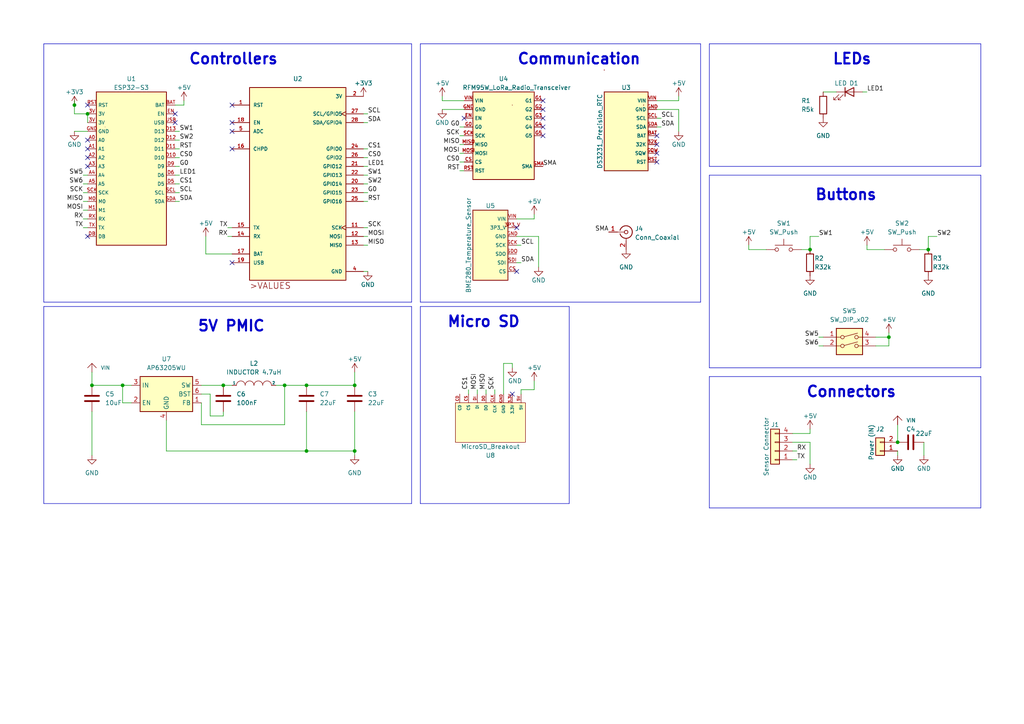
<source format=kicad_sch>
(kicad_sch (version 20230121) (generator eeschema)
  (paper "A4")
  (lib_symbols
    (symbol "Adafruit Feather ESP8266:2821" (pin_names (offset 1.016))
      (property "Reference" "U" (at -15.24 27.9654 0))
      (symbol "2821_0_0"
        (rectangle (start -15.24 -27.94) (end 12.7 27.94) (stroke (width 0.254)) (fill (type background)))
        (text ">VALUES" (at -15.2654 -30.5562 0) (effects (font (size 1.778 1.778)) (justify left bottom)))
        (pin input line (at -20.32 22.86 0) (length 5.08) (name "RST") (number "1"))
        (pin bidirectional clock (at 17.78 -12.7 180) (length 5.08) (name "SCK") (number "11"))
        (pin output line (at 17.78 -15.24 180) (length 5.08) (name "MOSI") (number "12"))
        (pin input line (at 17.78 -17.78 180) (length 5.08) (name "MIS0") (number "13"))
        (pin input line (at -20.32 -15.24 0) (length 5.08) (name "RX") (number "14"))
        (pin output line (at -20.32 -12.7 0) (length 5.08) (name "TX") (number "15"))
        (pin bidirectional line (at -20.32 10.16 0) (length 5.08) (name "CHPD") (number "16"))
        (pin bidirectional line (at -20.32 -20.32 0) (length 5.08) (name "BAT") (number "17"))
        (pin input line (at -20.32 17.78 0) (length 5.08) (name "EN") (number "18"))
        (pin bidirectional line (at -20.32 -22.86 0) (length 5.08) (name "USB") (number "19"))
        (pin power_in line (at 17.78 25.4 180) (length 5.08) (name "3V") (number "2"))
        (pin bidirectional line (at 17.78 0 180) (length 5.08) (name "GPIO14") (number "20"))
        (pin bidirectional line (at 17.78 5.08 180) (length 5.08) (name "GPIO12") (number "21"))
        (pin bidirectional line (at 17.78 2.54 180) (length 5.08) (name "GPIO13") (number "22"))
        (pin bidirectional line (at 17.78 -2.54 180) (length 5.08) (name "GPIO15") (number "23"))
        (pin bidirectional line (at 17.78 10.16 180) (length 5.08) (name "GPIO0") (number "24"))
        (pin bidirectional line (at 17.78 -5.08 180) (length 5.08) (name "GPIO16") (number "25"))
        (pin bidirectional line (at 17.78 7.62 180) (length 5.08) (name "GPIO2") (number "26"))
        (pin bidirectional clock (at 17.78 20.32 180) (length 5.08) (name "SCL/GPIO5") (number "27"))
        (pin bidirectional line (at 17.78 17.78 180) (length 5.08) (name "SDA/GPIO4") (number "28"))
        (pin power_in line (at 17.78 -25.4 180) (length 5.08) (name "GND") (number "4"))
        (pin bidirectional line (at -20.32 15.24 0) (length 5.08) (name "ADC") (number "5"))
      )
    )
    (symbol "Adafruit_ESP32:ESP32-S3"
      (property "Reference" "U" (at 10.16 1.27 0))
      (property "Value" "ESP32-S3" (at 10.16 5.08 0))
      (symbol "ESP32-S3_0_1"
        (rectangle (start 0 2.54) (end 20.32 -41.91) (stroke (width 0.254)) (fill (type background)))
        (rectangle (start 2.54 -7.62) (end 2.54 -7.62))
      )
      (symbol "ESP32-S3_1_1"
        (pin input line (at -2.54 -6.35 0) (length 2.54) (name "3V") (number "3V"))
        (pin input line (at -2.54 -3.81 0) (length 2.54) (name "3V") (number "3V"))
        (pin input line (at -2.54 -11.43 0) (length 2.54) (name "A0") (number "A0"))
        (pin input line (at -2.54 -13.97 0) (length 2.54) (name "A1") (number "A1"))
        (pin input line (at -2.54 -16.51 0) (length 2.54) (name "A2") (number "A2"))
        (pin input line (at -2.54 -19.05 0) (length 2.54) (name "A3") (number "A3"))
        (pin input line (at -2.54 -21.59 0) (length 2.54) (name "A4") (number "A4"))
        (pin input line (at -2.54 -24.13 0) (length 2.54) (name "A5") (number "A5"))
        (pin input line (at 22.86 -1.27 180) (length 2.54) (name "BAT") (number "BAT"))
        (pin input line (at 22.86 -16.51 180) (length 2.54) (name "D10") (number "D10"))
        (pin input line (at 22.86 -13.97 180) (length 2.54) (name "D11") (number "D11"))
        (pin input line (at 22.86 -11.43 180) (length 2.54) (name "D12") (number "D12"))
        (pin input line (at 22.86 -8.89 180) (length 2.54) (name "D13") (number "D13"))
        (pin input line (at 22.86 -24.13 180) (length 2.54) (name "D5") (number "D5"))
        (pin input line (at 22.86 -21.59 180) (length 2.54) (name "D6") (number "D6"))
        (pin input line (at 22.86 -19.05 180) (length 2.54) (name "D9") (number "D9"))
        (pin input line (at -2.54 -39.37 0) (length 2.54) (name "DB") (number "DB"))
        (pin input line (at 22.86 -3.81 180) (length 2.54) (name "EN") (number "EN"))
        (pin input line (at -2.54 -8.89 0) (length 2.54) (name "GND") (number "GND"))
        (pin input line (at -2.54 -29.21 0) (length 2.54) (name "M0") (number "M0"))
        (pin input line (at -2.54 -31.75 0) (length 2.54) (name "M1") (number "M1"))
        (pin input line (at -2.54 -1.27 0) (length 2.54) (name "RST") (number "RST"))
        (pin input line (at -2.54 -34.29 0) (length 2.54) (name "RX") (number "RX"))
        (pin input line (at -2.54 -26.67 0) (length 2.54) (name "SCK") (number "SCK"))
        (pin input line (at 22.86 -26.67 180) (length 2.54) (name "SCL") (number "SCL"))
        (pin input line (at 22.86 -29.21 180) (length 2.54) (name "SDA") (number "SDA"))
        (pin input line (at -2.54 -36.83 0) (length 2.54) (name "TX") (number "TX"))
        (pin input line (at 22.86 -6.35 180) (length 2.54) (name "USB") (number "USB"))
      )
    )
    (symbol "Adafruit_Files:BME280_Temperature_Sensor"
      (property "Reference" "U" (at 0 2.54 0))
      (property "Value" "BME280_Temperature_Sensor" (at 0 5.08 0))
      (symbol "BME280_Temperature_Sensor_0_1"
        (rectangle (start 0 0) (end 10.16 -20.32) (stroke (width 0.254)) (fill (type background)))
      )
      (symbol "BME280_Temperature_Sensor_1_1"
        (pin input line (at 12.7 -5.08 180) (length 2.54) (name "3P3_V") (number "3P3_V"))
        (pin input line (at 12.7 -17.78 180) (length 2.54) (name "CS") (number "CS"))
        (pin input line (at 12.7 -7.62 180) (length 2.54) (name "GND") (number "GND"))
        (pin input line (at 12.7 -10.16 180) (length 2.54) (name "SCK") (number "SCK"))
        (pin input line (at 12.7 -15.24 180) (length 2.54) (name "SDI") (number "SDI"))
        (pin input line (at 12.7 -12.7 180) (length 2.54) (name "SDO") (number "SDO"))
        (pin input line (at 12.7 -2.54 180) (length 2.54) (name "VIN") (number "VIN"))
      )
    )
    (symbol "Adafruit_Files:DS3231_Precision_RTC"
      (property "Reference" "U" (at 0 1.27 0))
      (property "Value" "DS3231_Precision_RTC" (at 0 3.81 0))
      (symbol "DS3231_Precision_RTC_0_1"
        (rectangle (start 0 0) (end 12.7 -22.86) (stroke (width 0.254)) (fill (type background)))
        (rectangle (start 11.43 -3.81) (end 11.43 -3.81))
        (rectangle (start 11.43 -3.81) (end 11.43 -3.81))
        (rectangle (start 11.43 -3.81) (end 11.43 -3.81))
        (rectangle (start 11.43 -3.81) (end 11.43 -3.81))
        (rectangle (start 11.43 -3.81) (end 11.43 -3.81))
        (rectangle (start 11.43 -3.81) (end 11.43 -3.81))
        (rectangle (start 11.43 -3.81) (end 11.43 -3.81))
        (rectangle (start 11.43 -3.81) (end 11.43 -3.81))
        (rectangle (start 11.43 -3.81) (end 11.43 -3.81))
        (rectangle (start 12.7 -12.7) (end 12.7 -12.7))
      )
      (symbol "DS3231_Precision_RTC_1_1"
        (pin input line (at 15.24 -15.24 180) (length 2.54) (name "32K") (number "32K"))
        (pin input line (at 15.24 -12.7 180) (length 2.54) (name "BAT") (number "BAT"))
        (pin input line (at 15.24 -5.08 180) (length 2.54) (name "GND") (number "GND"))
        (pin input line (at 15.24 -20.32 180) (length 2.54) (name "RST") (number "RST"))
        (pin input line (at 15.24 -7.62 180) (length 2.54) (name "SCL") (number "SCL"))
        (pin input line (at 15.24 -10.16 180) (length 2.54) (name "SDA") (number "SDA"))
        (pin input line (at 15.24 -17.78 180) (length 2.54) (name "SQW") (number "SQW"))
        (pin input line (at 15.24 -2.54 180) (length 2.54) (name "VIN") (number "VIN"))
      )
    )
    (symbol "Adafruit_Files:MicroSD_Breakout"
      (property "Reference" "U" (at 0 2.54 0))
      (property "Value" "MicroSD_Breakout" (at 0 5.08 0))
      (symbol "MicroSD_Breakout_0_1"
        (rectangle (start 0 0) (end 11.43 -20.32) (fill (type background)))
      )
      (symbol "MicroSD_Breakout_1_1"
        (pin input line (at 13.97 -16.51 180) (length 2.54) (name "3.3V") (number "3.3V"))
        (pin input line (at 13.97 -19.05 180) (length 2.54) (name "5V") (number "5V"))
        (pin input line (at 13.97 -1.27 180) (length 2.54) (name "CD") (number "CD"))
        (pin input line (at 13.97 -11.43 180) (length 2.54) (name "CLK") (number "CLK"))
        (pin input line (at 13.97 -3.81 180) (length 2.54) (name "CS") (number "CS"))
        (pin input line (at 13.97 -6.35 180) (length 2.54) (name "DI") (number "DI"))
        (pin input line (at 13.97 -8.89 180) (length 2.54) (name "DO") (number "DO"))
        (pin input line (at 13.97 -13.97 180) (length 2.54) (name "GND") (number "GND"))
      )
    )
    (symbol "Adafruit_Files:RFM95W_LoRa_Radio_Transceiver"
      (property "Reference" "U" (at 0 5.08 0))
      (property "Value" "RFM95W_LoRa_Radio_Transceiver" (at 0 2.54 0))
      (symbol "RFM95W_LoRa_Radio_Transceiver_0_1"
        (rectangle (start 0 0) (end 17.78 -25.4) (stroke (width 0.254)) (fill (type background)))
        (rectangle (start 11.43 -3.81) (end 11.43 -3.81))
        (rectangle (start 11.43 -3.81) (end 11.43 -3.81))
        (rectangle (start 11.43 -3.81) (end 11.43 -3.81))
        (rectangle (start 38.1 6.35) (end 38.1 6.35))
        (rectangle (start 38.1 6.35) (end 38.1 6.35))
        (rectangle (start 38.1 6.35) (end 38.1 6.35))
        (rectangle (start 38.1 6.35) (end 38.1 6.35) (stroke (width 0.254)) (fill (type background)))
      )
      (symbol "RFM95W_LoRa_Radio_Transceiver_1_1"
        (pin input line (at -2.54 -20.32 0) (length 2.54) (name "CS") (number "CS"))
        (pin input line (at -2.54 -7.62 0) (length 2.54) (name "EN") (number "EN"))
        (pin input line (at -2.54 -10.16 0) (length 2.54) (name "G0") (number "G0"))
        (pin input line (at 20.32 -2.54 180) (length 2.54) (name "G1") (number "G1"))
        (pin input line (at 20.32 -5.08 180) (length 2.54) (name "G2") (number "G2"))
        (pin input line (at 20.32 -7.62 180) (length 2.54) (name "G3") (number "G3"))
        (pin input line (at 20.32 -10.16 180) (length 2.54) (name "G4") (number "G4"))
        (pin input line (at 20.32 -12.7 180) (length 2.54) (name "G5") (number "G5"))
        (pin input line (at -2.54 -5.08 0) (length 2.54) (name "GND") (number "GND"))
        (pin input line (at -2.54 -15.24 0) (length 2.54) (name "MISO") (number "MISO"))
        (pin input line (at -2.54 -17.78 0) (length 2.54) (name "MOSI") (number "MOSI"))
        (pin input line (at -2.54 -22.86 0) (length 2.54) (name "RST") (number "RST"))
        (pin input line (at -2.54 -12.7 0) (length 2.54) (name "SCK") (number "SCK"))
        (pin input line (at 20.32 -21.59 180) (length 2.54) (name "SMA") (number "SMA"))
        (pin input line (at -2.54 -2.54 0) (length 2.54) (name "VIN") (number "VIN"))
      )
    )
    (symbol "Adafruit_HUZZAH_ESP8266_Basic_Breakout-eagle-import:VIN" (power) (pin_names (offset 1.016))
      (property "Value" "VIN" (at -1.524 1.016 0))
      (symbol "VIN_1_0"
        (polyline (pts (xy -1.27 -1.27) (xy 0 0)))
        (polyline (pts (xy 0 0) (xy 1.27 -1.27)))
        (pin power_in line (at 0 -2.54 90) (length 2.54) (name "VIN") (number "1"))
      )
    )
    (symbol "Connector:Conn_Coaxial" (pin_names (offset 1.016) hide)
      (property "Reference" "J" (at 0.254 3.048 0))
      (property "Value" "Conn_Coaxial" (at 2.921 0 90))
      (symbol "Conn_Coaxial_0_1"
        (arc (start -1.778 -0.508) (mid 0.2311 -1.8066) (end 1.778 0) (stroke (width 0.254)))
        (polyline (pts (xy -2.54 0) (xy -0.508 0)))
        (polyline (pts (xy 0 -2.54) (xy 0 -1.778)))
        (circle (center 0 0) (radius 0.508) (stroke (width 0.2032)))
        (arc (start 1.778 0) (mid 0.2099 1.8101) (end -1.778 0.508) (stroke (width 0.254)))
      )
      (symbol "Conn_Coaxial_1_1"
        (pin passive line (at -5.08 0 0) (length 2.54) (name "In") (number "1"))
        (pin passive line (at 0 -5.08 90) (length 2.54) (name "Ext") (number "2"))
      )
    )
    (symbol "Connector_Generic:Conn_01x02" (pin_names (offset 1.016) hide)
      (property "Reference" "J" (at 0 2.54 0))
      (property "Value" "Conn_01x02" (at 0 -5.08 0))
      (symbol "Conn_01x02_1_1"
        (rectangle (start -1.27 -2.413) (end 0 -2.667) (stroke (width 0.1524)))
        (rectangle (start -1.27 0.127) (end 0 -0.127) (stroke (width 0.1524)))
        (rectangle (start -1.27 1.27) (end 1.27 -3.81) (stroke (width 0.254)) (fill (type background)))
        (pin passive line (at -5.08 0 0) (length 3.81) (name "Pin_1") (number "1"))
        (pin passive line (at -5.08 -2.54 0) (length 3.81) (name "Pin_2") (number "2"))
      )
    )
    (symbol "Connector_Generic:Conn_01x04" (pin_names (offset 1.016) hide)
      (property "Reference" "J" (at 0 5.08 0))
      (property "Value" "Conn_01x04" (at 0 -7.62 0))
      (symbol "Conn_01x04_1_1"
        (rectangle (start -1.27 -4.953) (end 0 -5.207) (stroke (width 0.1524)))
        (rectangle (start -1.27 -2.413) (end 0 -2.667) (stroke (width 0.1524)))
        (rectangle (start -1.27 0.127) (end 0 -0.127) (stroke (width 0.1524)))
        (rectangle (start -1.27 2.667) (end 0 2.413) (stroke (width 0.1524)))
        (rectangle (start -1.27 3.81) (end 1.27 -6.35) (stroke (width 0.254)) (fill (type background)))
        (pin passive line (at -5.08 2.54 0) (length 3.81) (name "Pin_1") (number "1"))
        (pin passive line (at -5.08 0 0) (length 3.81) (name "Pin_2") (number "2"))
        (pin passive line (at -5.08 -2.54 0) (length 3.81) (name "Pin_3") (number "3"))
        (pin passive line (at -5.08 -5.08 0) (length 3.81) (name "Pin_4") (number "4"))
      )
    )
    (symbol "Device:C" (pin_numbers hide) (pin_names (offset 0.254))
      (property "Reference" "C" (at 0.635 2.54 0))
      (property "Value" "C" (at 0.635 -2.54 0))
      (symbol "C_0_1"
        (polyline (pts (xy -2.032 -0.762) (xy 2.032 -0.762)) (stroke (width 0.508)))
        (polyline (pts (xy -2.032 0.762) (xy 2.032 0.762)) (stroke (width 0.508)))
      )
      (symbol "C_1_1"
        (pin passive line (at 0 3.81 270) (length 2.794) (name "~") (number "1"))
        (pin passive line (at 0 -3.81 90) (length 2.794) (name "~") (number "2"))
      )
    )
    (symbol "Device:LED" (pin_numbers hide) (pin_names (offset 1.016) hide)
      (property "Reference" "D" (at 0 2.54 0))
      (property "Value" "LED" (at 0 -2.54 0))
      (symbol "LED_0_1"
        (polyline (pts (xy -1.27 -1.27) (xy -1.27 1.27)) (stroke (width 0.254)))
        (polyline (pts (xy -1.27 0) (xy 1.27 0)))
        (polyline (pts (xy 1.27 -1.27) (xy 1.27 1.27) (xy -1.27 0) (xy 1.27 -1.27)) (stroke (width 0.254)))
        (polyline (pts (xy -3.048 -0.762) (xy -4.572 -2.286) (xy -3.81 -2.286) (xy -4.572 -2.286) (xy -4.572 -1.524)))
        (polyline (pts (xy -1.778 -0.762) (xy -3.302 -2.286) (xy -2.54 -2.286) (xy -3.302 -2.286) (xy -3.302 -1.524)))
      )
      (symbol "LED_1_1"
        (pin passive line (at -3.81 0 0) (length 2.54) (name "K") (number "1"))
        (pin passive line (at 3.81 0 180) (length 2.54) (name "A") (number "2"))
      )
    )
    (symbol "Device:R" (pin_numbers hide) (pin_names (offset 0))
      (property "Reference" "R" (at 2.032 0 90))
      (property "Value" "R" (at 0 0 90))
      (symbol "R_0_1"
        (rectangle (start -1.016 -2.54) (end 1.016 2.54) (stroke (width 0.254)))
      )
      (symbol "R_1_1"
        (pin passive line (at 0 3.81 270) (length 1.27) (name "~") (number "1"))
        (pin passive line (at 0 -3.81 90) (length 1.27) (name "~") (number "2"))
      )
    )
    (symbol "Regulator_Switching:AP63205WU"
      (property "Reference" "U" (at -7.62 6.35 0))
      (property "Value" "AP63205WU" (at 2.54 6.35 0))
      (symbol "AP63205WU_0_1"
        (rectangle (start -7.62 5.08) (end 7.62 -5.08) (stroke (width 0.254)) (fill (type background)))
      )
      (symbol "AP63205WU_1_1"
        (pin input line (at 10.16 -2.54 180) (length 2.54) (name "FB") (number "1"))
        (pin input line (at -10.16 -2.54 0) (length 2.54) (name "EN") (number "2"))
        (pin power_in line (at -10.16 2.54 0) (length 2.54) (name "IN") (number "3"))
        (pin power_in line (at 0 -7.62 90) (length 2.54) (name "GND") (number "4"))
        (pin output line (at 10.16 2.54 180) (length 2.54) (name "SW") (number "5"))
        (pin passive line (at 10.16 0 180) (length 2.54) (name "BST") (number "6"))
      )
    )
    (symbol "Switch:SW_DIP_x02" (pin_names (offset 0) hide)
      (property "Reference" "SW" (at 0 6.35 0))
      (property "Value" "SW_DIP_x02" (at 0 -3.81 0))
      (symbol "SW_DIP_x02_0_0"
        (circle (center -2.032 0) (radius 0.508))
        (circle (center -2.032 2.54) (radius 0.508))
        (polyline (pts (xy -1.524 0.127) (xy 2.3622 1.1684)))
        (polyline (pts (xy -1.524 2.667) (xy 2.3622 3.7084)))
        (circle (center 2.032 0) (radius 0.508))
        (circle (center 2.032 2.54) (radius 0.508))
      )
      (symbol "SW_DIP_x02_0_1"
        (rectangle (start -3.81 5.08) (end 3.81 -2.54) (stroke (width 0.254)) (fill (type background)))
      )
      (symbol "SW_DIP_x02_1_1"
        (pin passive line (at -7.62 2.54 0) (length 5.08) (name "~") (number "1"))
        (pin passive line (at -7.62 0 0) (length 5.08) (name "~") (number "2"))
        (pin passive line (at 7.62 0 180) (length 5.08) (name "~") (number "3"))
        (pin passive line (at 7.62 2.54 180) (length 5.08) (name "~") (number "4"))
      )
    )
    (symbol "Switch:SW_Push" (pin_numbers hide) (pin_names (offset 1.016) hide)
      (property "Reference" "SW" (at 1.27 2.54 0))
      (property "Value" "SW_Push" (at 0 -1.524 0))
      (symbol "SW_Push_0_1"
        (circle (center -2.032 0) (radius 0.508))
        (polyline (pts (xy 0 1.27) (xy 0 3.048)))
        (polyline (pts (xy 2.54 1.27) (xy -2.54 1.27)))
        (circle (center 2.032 0) (radius 0.508))
        (pin passive line (at -5.08 0 0) (length 2.54) (name "1") (number "1"))
        (pin passive line (at 5.08 0 180) (length 2.54) (name "2") (number "2"))
      )
    )
    (symbol "power:+3.3V" (power) (pin_names (offset 0))
      (property "Value" "+3.3V" (at 0 3.556 0))
      (symbol "+3.3V_0_1"
        (polyline (pts (xy -0.762 1.27) (xy 0 2.54)))
        (polyline (pts (xy 0 0) (xy 0 2.54)))
        (polyline (pts (xy 0 2.54) (xy 0.762 1.27)))
      )
      (symbol "+3.3V_1_1"
        (pin power_in line (at 0 0 90) (length 0) hide (name "+3V3") (number "1"))
      )
    )
    (symbol "power:+5V" (power) (pin_names (offset 0))
      (property "Value" "+5V" (at 0 3.556 0))
      (symbol "+5V_0_1"
        (polyline (pts (xy -0.762 1.27) (xy 0 2.54)))
        (polyline (pts (xy 0 0) (xy 0 2.54)))
        (polyline (pts (xy 0 2.54) (xy 0.762 1.27)))
      )
      (symbol "+5V_1_1"
        (pin power_in line (at 0 0 90) (length 0) hide (name "+5V") (number "1"))
      )
    )
    (symbol "power:GND" (power) (pin_names (offset 0))
      (property "Value" "GND" (at 0 -3.81 0))
      (symbol "GND_0_1"
        (polyline (pts (xy 0 0) (xy 0 -1.27) (xy 1.27 -1.27) (xy 0 -2.54) (xy -1.27 -1.27) (xy 0 -1.27)))
      )
      (symbol "GND_1_1"
        (pin power_in line (at 0 0 270) (length 0) hide (name "GND") (number "1"))
      )
    )
    (symbol "pspice:INDUCTOR" (pin_numbers hide) (pin_names (offset 0))
      (property "Reference" "L" (at 0 2.54 0))
      (property "Value" "INDUCTOR" (at 0 -1.27 0))
      (symbol "INDUCTOR_0_1"
        (arc (start -2.54 0) (mid -3.81 1.2645) (end -5.08 0))
        (arc (start 0 0) (mid -1.27 1.2645) (end -2.54 0))
        (arc (start 2.54 0) (mid 1.27 1.2645) (end 0 0))
        (arc (start 5.08 0) (mid 3.81 1.2645) (end 2.54 0))
      )
      (symbol "INDUCTOR_1_1"
        (pin input line (at -6.35 0 0) (length 1.27) (name "1") (number "1"))
        (pin input line (at 6.35 0 180) (length 1.27) (name "2") (number "2"))
      )
    )
  )
  (junction (at 35.56 111.76))
  (junction (at 25.4 33.02))
  (junction (at 88.9 130.81))
  (junction (at 64.77 111.76))
  (junction (at 82.55 111.76))
  (junction (at 234.95 72.39))
  (junction (at 21.59 30.48))
  (junction (at 102.87 111.76))
  (junction (at 102.87 130.81))
  (junction (at 260.35 128.27))
  (junction (at 269.24 72.39))
  (junction (at 88.9 111.76))
  (junction (at 26.67 111.76))
  (junction (at 257.81 97.79))
  (no_connect (at 149.86 66.04))
  (no_connect (at 190.5 44.45))
  (no_connect (at 190.5 46.99))
  (no_connect (at 190.5 41.91))
  (no_connect (at 190.5 39.37))
  (no_connect (at 149.86 78.74))
  (no_connect (at 25.4 45.72))
  (no_connect (at 25.4 48.26))
  (no_connect (at 25.4 68.58))
  (no_connect (at 50.8 33.02))
  (no_connect (at 50.8 35.56))
  (no_connect (at 157.48 31.75))
  (no_connect (at 157.48 29.21))
  (no_connect (at 157.48 36.83))
  (no_connect (at 157.48 39.37))
  (no_connect (at 157.48 34.29))
  (no_connect (at 67.31 30.48))
  (no_connect (at 67.31 35.56))
  (no_connect (at 67.31 38.1))
  (no_connect (at 67.31 43.18))
  (no_connect (at 67.31 76.2))
  (no_connect (at 25.4 40.64))
  (no_connect (at 25.4 43.18))
  (no_connect (at 148.59 114.3))
  (no_connect (at 25.4 30.48))
  (no_connect (at 134.62 34.29))
  (polyline (pts (xy 203.2 87.63) (xy 203.2 12.7)))
  (wire (pts (xy 133.35 44.45) (xy 134.62 44.45)))
  (wire (pts (xy 88.9 130.81) (xy 48.26 130.81)))
  (wire (pts (xy 106.68 33.02) (xy 105.41 33.02)))
  (polyline (pts (xy 205.74 147.32) (xy 284.48 147.32)))
  (wire (pts (xy 106.68 53.34) (xy 105.41 53.34)))
  (wire (pts (xy 52.07 40.64) (xy 50.8 40.64)))
  (wire (pts (xy 82.55 123.19) (xy 82.55 111.76)))
  (wire (pts (xy 257.81 97.79) (xy 257.81 100.33)))
  (wire (pts (xy 64.77 120.65) (xy 64.77 119.38)))
  (wire (pts (xy 151.13 113.03) (xy 154.94 113.03)))
  (wire (pts (xy 106.68 71.12) (xy 105.41 71.12)))
  (polyline (pts (xy 121.92 12.7) (xy 121.92 87.63)))
  (wire (pts (xy 24.13 58.42) (xy 25.4 58.42)))
  (wire (pts (xy 52.07 58.42) (xy 50.8 58.42)))
  (wire (pts (xy 24.13 50.8) (xy 25.4 50.8)))
  (wire (pts (xy 48.26 130.81) (xy 48.26 121.92)))
  (wire (pts (xy 88.9 130.81) (xy 102.87 130.81)))
  (wire (pts (xy 154.94 63.5) (xy 154.94 62.23)))
  (wire (pts (xy 106.68 45.72) (xy 105.41 45.72)))
  (wire (pts (xy 234.95 128.27) (xy 234.95 134.62)))
  (wire (pts (xy 26.67 132.08) (xy 26.67 119.38)))
  (polyline (pts (xy 121.92 12.7) (xy 203.2 12.7)))
  (wire (pts (xy 24.13 53.34) (xy 25.4 53.34)))
  (polyline (pts (xy 205.74 109.22) (xy 205.74 147.32)))
  (wire (pts (xy 190.5 29.21) (xy 196.85 29.21)))
  (polyline (pts (xy 205.74 12.7) (xy 205.74 48.26)))
  (wire (pts (xy 217.17 72.39) (xy 217.17 71.12)))
  (wire (pts (xy 231.14 130.81) (xy 229.87 130.81)))
  (wire (pts (xy 151.13 114.3) (xy 151.13 113.03)))
  (polyline (pts (xy 119.38 146.05) (xy 12.7 146.05)))
  (wire (pts (xy 257.81 97.79) (xy 254 97.79)))
  (polyline (pts (xy 205.74 48.26) (xy 284.48 48.26)))
  (wire (pts (xy 106.68 78.74) (xy 105.41 78.74)))
  (wire (pts (xy 140.97 113.03) (xy 140.97 114.3)))
  (wire (pts (xy 59.69 68.58) (xy 59.69 73.66)))
  (wire (pts (xy 148.59 105.41) (xy 148.59 106.68)))
  (wire (pts (xy 128.27 31.75) (xy 134.62 31.75)))
  (wire (pts (xy 35.56 116.84) (xy 35.56 111.76)))
  (wire (pts (xy 196.85 29.21) (xy 196.85 27.94)))
  (wire (pts (xy 24.13 63.5) (xy 25.4 63.5)))
  (wire (pts (xy 143.51 113.03) (xy 143.51 114.3)))
  (wire (pts (xy 133.35 36.83) (xy 134.62 36.83)))
  (polyline (pts (xy 12.7 87.63) (xy 119.38 87.63)))
  (wire (pts (xy 234.95 68.58) (xy 234.95 72.39)))
  (wire (pts (xy 24.13 60.96) (xy 25.4 60.96)))
  (wire (pts (xy 102.87 119.38) (xy 102.87 130.81)))
  (wire (pts (xy 52.07 50.8) (xy 50.8 50.8)))
  (wire (pts (xy 106.68 50.8) (xy 105.41 50.8)))
  (wire (pts (xy 133.35 39.37) (xy 134.62 39.37)))
  (wire (pts (xy 151.13 71.12) (xy 149.86 71.12)))
  (polyline (pts (xy 205.74 50.8) (xy 205.74 106.68)))
  (wire (pts (xy 151.13 76.2) (xy 149.86 76.2)))
  (polyline (pts (xy 119.38 87.63) (xy 119.38 12.7)))
  (polyline (pts (xy 165.1 146.05) (xy 121.92 146.05)))
  (wire (pts (xy 134.62 29.21) (xy 128.27 29.21)))
  (polyline (pts (xy 165.1 88.9) (xy 165.1 146.05)))
  (wire (pts (xy 26.67 111.76) (xy 35.56 111.76)))
  (polyline (pts (xy 121.92 87.63) (xy 203.2 87.63)))
  (wire (pts (xy 237.49 68.58) (xy 234.95 68.58)))
  (wire (pts (xy 128.27 29.21) (xy 128.27 27.94)))
  (wire (pts (xy 229.87 128.27) (xy 234.95 128.27)))
  (wire (pts (xy 271.78 68.58) (xy 269.24 68.58)))
  (wire (pts (xy 102.87 130.81) (xy 102.87 132.08)))
  (wire (pts (xy 257.81 100.33) (xy 254 100.33)))
  (wire (pts (xy 52.07 48.26) (xy 50.8 48.26)))
  (wire (pts (xy 21.59 38.1) (xy 25.4 38.1)))
  (polyline (pts (xy 205.74 50.8) (xy 284.48 50.8)))
  (wire (pts (xy 35.56 111.76) (xy 38.1 111.76)))
  (wire (pts (xy 149.86 68.58) (xy 156.21 68.58)))
  (polyline (pts (xy 284.48 147.32) (xy 284.48 109.22)))
  (polyline (pts (xy 284.48 48.26) (xy 284.48 12.7)))
  (wire (pts (xy 82.55 111.76) (xy 88.9 111.76)))
  (wire (pts (xy 191.77 34.29) (xy 190.5 34.29)))
  (wire (pts (xy 106.68 35.56) (xy 105.41 35.56)))
  (wire (pts (xy 25.4 33.02) (xy 21.59 33.02)))
  (wire (pts (xy 256.54 72.39) (xy 251.46 72.39)))
  (wire (pts (xy 269.24 68.58) (xy 269.24 72.39)))
  (wire (pts (xy 154.94 113.03) (xy 154.94 110.49)))
  (wire (pts (xy 106.68 68.58) (xy 105.41 68.58)))
  (wire (pts (xy 66.04 66.04) (xy 67.31 66.04)))
  (polyline (pts (xy 12.7 88.9) (xy 12.7 146.05)))
  (wire (pts (xy 102.87 111.76) (xy 88.9 111.76)))
  (wire (pts (xy 38.1 116.84) (xy 35.56 116.84)))
  (polyline (pts (xy 165.1 88.9) (xy 121.92 88.9)))
  (wire (pts (xy 21.59 29.21) (xy 21.59 30.48)))
  (wire (pts (xy 52.07 38.1) (xy 50.8 38.1)))
  (wire (pts (xy 67.31 111.76) (xy 64.77 111.76)))
  (polyline (pts (xy 12.7 88.9) (xy 119.38 88.9)))
  (wire (pts (xy 149.86 63.5) (xy 154.94 63.5)))
  (polyline (pts (xy 121.92 88.9) (xy 121.92 146.05)))
  (wire (pts (xy 237.49 100.33) (xy 238.76 100.33)))
  (wire (pts (xy 52.07 43.18) (xy 50.8 43.18)))
  (wire (pts (xy 82.55 111.76) (xy 80.01 111.76)))
  (wire (pts (xy 229.87 125.73) (xy 234.95 125.73)))
  (wire (pts (xy 58.42 111.76) (xy 64.77 111.76)))
  (wire (pts (xy 52.07 55.88) (xy 50.8 55.88)))
  (wire (pts (xy 146.05 105.41) (xy 148.59 105.41)))
  (wire (pts (xy 50.8 30.48) (xy 53.34 30.48)))
  (wire (pts (xy 21.59 30.48) (xy 21.59 33.02)))
  (wire (pts (xy 52.07 45.72) (xy 50.8 45.72)))
  (wire (pts (xy 60.96 114.3) (xy 60.96 120.65)))
  (polyline (pts (xy 119.38 88.9) (xy 119.38 146.05)))
  (polyline (pts (xy 12.7 12.7) (xy 12.7 87.63)))
  (wire (pts (xy 133.35 49.53) (xy 134.62 49.53)))
  (polyline (pts (xy 12.7 12.7) (xy 119.38 12.7)))
  (wire (pts (xy 58.42 123.19) (xy 82.55 123.19)))
  (wire (pts (xy 260.35 128.27) (xy 260.35 123.19)))
  (wire (pts (xy 53.34 30.48) (xy 53.34 29.21)))
  (polyline (pts (xy 205.74 106.68) (xy 284.48 106.68)))
  (wire (pts (xy 234.95 125.73) (xy 234.95 124.46)))
  (wire (pts (xy 106.68 48.26) (xy 105.41 48.26)))
  (wire (pts (xy 106.68 58.42) (xy 105.41 58.42)))
  (wire (pts (xy 251.46 26.67) (xy 250.19 26.67)))
  (wire (pts (xy 238.76 26.67) (xy 242.57 26.67)))
  (wire (pts (xy 222.25 72.39) (xy 217.17 72.39)))
  (wire (pts (xy 25.4 33.02) (xy 25.4 35.56)))
  (wire (pts (xy 196.85 31.75) (xy 196.85 38.1)))
  (wire (pts (xy 237.49 97.79) (xy 238.76 97.79)))
  (wire (pts (xy 24.13 66.04) (xy 25.4 66.04)))
  (wire (pts (xy 106.68 66.04) (xy 105.41 66.04)))
  (wire (pts (xy 138.43 113.03) (xy 138.43 114.3)))
  (wire (pts (xy 133.35 41.91) (xy 134.62 41.91)))
  (polyline (pts (xy 205.74 109.22) (xy 284.48 109.22)))
  (wire (pts (xy 88.9 119.38) (xy 88.9 130.81)))
  (wire (pts (xy 232.41 72.39) (xy 234.95 72.39)))
  (wire (pts (xy 106.68 55.88) (xy 105.41 55.88)))
  (polyline (pts (xy 205.74 12.7) (xy 284.48 12.7)))
  (wire (pts (xy 58.42 114.3) (xy 60.96 114.3)))
  (wire (pts (xy 106.68 43.18) (xy 105.41 43.18)))
  (wire (pts (xy 135.89 113.03) (xy 135.89 114.3)))
  (wire (pts (xy 257.81 96.52) (xy 257.81 97.79)))
  (wire (pts (xy 266.7 72.39) (xy 269.24 72.39)))
  (wire (pts (xy 24.13 55.88) (xy 25.4 55.88)))
  (wire (pts (xy 260.35 130.81) (xy 260.35 132.08)))
  (polyline (pts (xy 284.48 106.68) (xy 284.48 50.8)))
  (wire (pts (xy 191.77 36.83) (xy 190.5 36.83)))
  (wire (pts (xy 146.05 114.3) (xy 146.05 105.41)))
  (wire (pts (xy 102.87 107.95) (xy 102.87 111.76)))
  (wire (pts (xy 231.14 133.35) (xy 229.87 133.35)))
  (wire (pts (xy 133.35 46.99) (xy 134.62 46.99)))
  (wire (pts (xy 60.96 120.65) (xy 64.77 120.65)))
  (wire (pts (xy 59.69 73.66) (xy 67.31 73.66)))
  (wire (pts (xy 190.5 31.75) (xy 196.85 31.75)))
  (wire (pts (xy 58.42 116.84) (xy 58.42 123.19)))
  (wire (pts (xy 52.07 53.34) (xy 50.8 53.34)))
  (wire (pts (xy 251.46 72.39) (xy 251.46 71.12)))
  (wire (pts (xy 66.04 68.58) (xy 67.31 68.58)))
  (wire (pts (xy 267.97 132.08) (xy 267.97 128.27)))
  (wire (pts (xy 156.21 68.58) (xy 156.21 77.47)))
  (wire (pts (xy 26.67 107.95) (xy 26.67 111.76)))
  (text "Communication" (at 149.86 19.05 0) (effects (font (size 3.08 3.08) (thickness 0.616) bold) (justify left bottom)))
  (text "Controllers" (at 54.61 19.05 0) (effects (font (size 3.08 3.08) (thickness 0.616) bold) (justify left bottom)))
  (text "Connectors\n" (at 233.68 115.57 0) (effects (font (size 3.08 3.08) (thickness 0.616) bold) (justify left bottom)))
  (text "Buttons\n" (at 236.22 58.42 0) (effects (font (size 3.08 3.08) (thickness 0.616) bold) (justify left bottom)))
  (text "Micro SD" (at 129.54 95.25 0) (effects (font (size 3.08 3.08) (thickness 0.616) bold) (justify left bottom)))
  (text "LEDs\n" (at 241.3 19.05 0) (effects (font (size 3.08 3.08) (thickness 0.616) bold) (justify left bottom)))
  (text "5V PMIC\n" (at 57.15 96.52 0) (effects (font (size 3.08 3.08) (thickness 0.616) bold) (justify left bottom)))
  (label "MISO" (at 24.13 58.42 180))
  (label "CS1" (at 52.07 53.34 0))
  (label "RX" (at 231.14 130.81 0))
  (label "CS0" (at 106.68 45.72 0))
  (label "SDA" (at 52.07 58.42 0))
  (label "SCL" (at 106.68 33.02 0))
  (label "SDA" (at 106.68 35.56 0))
  (label "CS0" (at 133.35 46.99 180))
  (label "G0" (at 52.07 48.26 0))
  (label "SCK" (at 143.51 113.03 90))
  (label "SW2" (at 271.78 68.58 0))
  (label "MISO" (at 106.68 71.12 0))
  (label "SW6" (at 237.49 100.33 180))
  (label "SW1" (at 52.07 38.1 0))
  (label "SDA" (at 151.13 76.2 0))
  (label "LED1" (at 251.46 26.67 0))
  (label "SW6" (at 24.13 53.34 180))
  (label "LED1" (at 52.07 50.8 0))
  (label "SMA" (at 176.53 67.31 180))
  (label "MOSI" (at 138.43 113.03 90))
  (label "SW1" (at 237.49 68.58 0))
  (label "RST" (at 106.68 58.42 0))
  (label "SCL" (at 52.07 55.88 0))
  (label "RST" (at 133.35 49.53 180))
  (label "SW5" (at 24.13 50.8 180))
  (label "MISO" (at 140.97 113.03 90))
  (label "MOSI" (at 106.68 68.58 0))
  (label "TX" (at 231.14 133.35 0))
  (label "SW1" (at 106.68 50.8 0))
  (label "MOSI" (at 24.13 60.96 180))
  (label "G0" (at 133.35 36.83 180))
  (label "RST" (at 52.07 43.18 0))
  (label "SCK" (at 133.35 39.37 180))
  (label "RX" (at 66.04 68.58 180))
  (label "G0" (at 106.68 55.88 0))
  (label "MISO" (at 133.35 41.91 180))
  (label "TX" (at 66.04 66.04 180))
  (label "SCK" (at 106.68 66.04 0))
  (label "SCK" (at 24.13 55.88 180))
  (label "RX" (at 24.13 63.5 180))
  (label "TX" (at 24.13 66.04 180))
  (label "CS1" (at 106.68 43.18 0))
  (label "SW5" (at 237.49 97.79 180))
  (label "SW2" (at 52.07 40.64 0))
  (label "SMA" (at 157.48 48.26 0))
  (label "MOSI" (at 133.35 44.45 180))
  (label "CS1" (at 135.89 113.03 90))
  (label "SCL" (at 151.13 71.12 0))
  (label "CS0" (at 52.07 45.72 0))
  (label "SW2" (at 106.68 53.34 0))
  (label "SCL" (at 191.77 34.29 0))
  (label "SDA" (at 191.77 36.83 0))
  (label "LED1" (at 106.68 48.26 0))
  (symbol (lib_id "Adafruit_Files:MicroSD_Breakout") (at 132.08 128.27 90) (unit 1)
    (property "Reference" "U8" (at 142.24 132.08 90))
    (property "Value" "MicroSD_Breakout" (at 142.24 129.54 90))
    (property "Footprint" "Adafruit_Sensors:MicroSD_Breakout" (effects hide))
  )
  (symbol (lib_id "power:+5V") (at 53.34 29.21 0) (unit 1)
    (property "Reference" "#PWR06" (effects hide))
    (property "Value" "+5V" (at 53.34 25.4 0))
  )
  (symbol (lib_id "power:GND") (at 106.68 78.74 0) (unit 1)
    (property "Reference" "#PWR0119" (effects hide))
    (property "Value" "GND" (at 106.68 82.55 0))
  )
  (symbol (lib_id "power:+5V") (at 154.94 62.23 0) (unit 1)
    (property "Reference" "#PWR04" (effects hide))
    (property "Value" "+5V" (at 154.94 58.42 0))
  )
  (symbol (lib_id "Connector:Conn_Coaxial") (at 181.61 67.31 0) (unit 1)
    (property "Reference" "J4" (at 184.15 66.3331 0) (effects (justify left)))
    (property "Value" "Conn_Coaxial" (at 184.15 68.8731 0) (effects (justify left)))
    (property "Footprint" "Connector_Coaxial:SMA_Amphenol_132134-11_Vertical" (effects hide))
    (property "Datasheet" " ~" (effects hide))
  )
  (symbol (lib_id "power:+3.3V") (at 21.59 30.48 0) (unit 1)
    (property "Reference" "#PWR0110" (effects hide))
    (property "Value" "+3.3V" (at 21.59 26.67 0))
  )
  (symbol (lib_id "Connector_Generic:Conn_01x02") (at 255.27 130.81 180) (unit 1)
    (property "Reference" "J2" (at 255.27 124.46 0))
    (property "Value" "Power (IN)" (at 252.73 128.27 90))
    (property "Footprint" "Connector_PinHeader_2.54mm:PinHeader_1x02_P2.54mm_Vertical" (effects hide))
  )
  (symbol (lib_id "power:GND") (at 26.67 132.08 0) (unit 1)
    (property "Reference" "#PWR0108" (effects hide))
    (property "Value" "GND" (at 26.67 137.16 0))
  )
  (symbol (lib_id "power:GND") (at 196.85 38.1 0) (unit 1)
    (property "Reference" "#PWR0113" (effects hide))
    (property "Value" "GND" (at 196.85 41.91 0))
  )
  (symbol (lib_id "power:+5V") (at 217.17 71.12 0) (unit 1)
    (property "Reference" "#PWR08" (effects hide))
    (property "Value" "+5V" (at 217.17 67.31 0))
  )
  (symbol (lib_id "power:GND") (at 21.59 38.1 0) (unit 1)
    (property "Reference" "#PWR0111" (effects hide))
    (property "Value" "GND" (at 21.59 41.91 0))
  )
  (symbol (lib_id "Device:C") (at 26.67 115.57 0) (unit 1)
    (property "Reference" "C5" (at 30.48 114.2999 0) (effects (justify left)))
    (property "Value" "10uF" (at 30.48 116.8399 0) (effects (justify left)))
    (property "Footprint" "Capacitor_SMD:C_1206_3216Metric" (effects hide))
  )
  (symbol (lib_id "Adafruit_HUZZAH_ESP8266_Basic_Breakout-eagle-import:VIN") (at 260.35 120.65 0) (unit 1)
    (property "Reference" "#0101" (effects hide))
    (property "Value" "VIN" (at 262.89 121.9199 0) (effects (font (size 1.0668 1.0668)) (justify left)))
  )
  (symbol (lib_id "power:+5V") (at 128.27 27.94 0) (unit 1)
    (property "Reference" "#PWR03" (effects hide))
    (property "Value" "+5V" (at 128.27 24.13 0))
  )
  (symbol (lib_id "power:GND") (at 234.95 80.01 0) (unit 1)
    (property "Reference" "#PWR0103" (effects hide))
    (property "Value" "GND" (at 234.95 85.09 0))
  )
  (symbol (lib_id "power:+5V") (at 102.87 107.95 0) (unit 1)
    (property "Reference" "#PWR0126" (effects hide))
    (property "Value" "+5V" (at 102.87 104.14 0))
  )
  (symbol (lib_id "Connector_Generic:Conn_01x04") (at 224.79 130.81 180) (unit 1)
    (property "Reference" "J1" (at 224.79 123.19 0))
    (property "Value" "Sensor Connector" (at 222.25 129.54 90))
    (property "Footprint" "Connector_PinHeader_2.54mm:PinHeader_1x04_P2.54mm_Vertical" (effects hide))
  )
  (symbol (lib_id "power:GND") (at 102.87 132.08 0) (unit 1)
    (property "Reference" "#PWR0125" (effects hide))
    (property "Value" "GND" (at 102.87 137.16 0))
  )
  (symbol (lib_id "Device:C") (at 102.87 115.57 0) (unit 1)
    (property "Reference" "C3" (at 106.68 114.2999 0) (effects (justify left)))
    (property "Value" "22uF" (at 106.68 116.8399 0) (effects (justify left)))
    (property "Footprint" "Capacitor_SMD:C_1206_3216Metric" (effects hide))
  )
  (symbol (lib_id "power:+5V") (at 234.95 124.46 0) (unit 1)
    (property "Reference" "#PWR0105" (effects hide))
    (property "Value" "+5V" (at 234.95 120.65 0))
  )
  (symbol (lib_id "Device:R") (at 234.95 76.2 0) (unit 1)
    (property "Reference" "R2" (at 236.22 74.93 0) (effects (justify left)))
    (property "Value" "R32k" (at 236.22 77.47 0) (effects (justify left)))
    (property "Footprint" "Resistor_SMD:R_1206_3216Metric" (effects hide))
  )
  (symbol (lib_id "Adafruit_ESP32:ESP32-S3") (at 27.94 29.21 0) (unit 1)
    (property "Reference" "U1" (at 38.1 22.86 0))
    (property "Value" "ESP32-S3" (at 38.1 25.4 0))
    (property "Footprint" "Adafruit ESPs:ESP32-S3" (effects hide))
  )
  (symbol (lib_id "Switch:SW_Push") (at 227.33 72.39 0) (unit 1)
    (property "Reference" "SW1" (at 227.33 64.77 0))
    (property "Value" "SW_Push" (at 227.33 67.31 0))
    (property "Footprint" "Button_Switch_THT:SW_PUSH_6mm" (effects hide))
  )
  (symbol (lib_id "power:GND") (at 267.97 132.08 0) (unit 1)
    (property "Reference" "#PWR0101" (effects hide))
    (property "Value" "GND" (at 267.97 135.89 0))
  )
  (symbol (lib_id "power:GND") (at 148.59 106.68 0) (unit 1)
    (property "Reference" "#PWR0107" (effects hide))
    (property "Value" "GND" (at 147.32 110.49 0) (effects (justify left)))
  )
  (symbol (lib_id "Device:C") (at 264.16 128.27 90) (unit 1)
    (property "Reference" "C4" (at 264.16 124.46 90))
    (property "Value" "22uF" (at 267.97 125.73 90))
    (property "Footprint" "Capacitor_SMD:C_1206_3216Metric" (effects hide))
  )
  (symbol (lib_id "power:GND") (at 156.21 77.47 0) (unit 1)
    (property "Reference" "#PWR0112" (effects hide))
    (property "Value" "GND" (at 156.21 81.28 0))
  )
  (symbol (lib_id "pspice:INDUCTOR") (at 73.66 111.76 0) (unit 1)
    (property "Reference" "L2" (at 73.66 105.41 0))
    (property "Value" "INDUCTOR 4.7uH" (at 73.66 107.95 0))
    (property "Footprint" "Inductor_SMD:L_1206_3216Metric" (effects hide))
  )
  (symbol (lib_id "Device:LED") (at 246.38 26.67 0) (unit 1)
    (property "Reference" "D1" (at 247.65 24.13 0))
    (property "Value" "LED" (at 243.84 24.13 0))
    (property "Footprint" "LED_SMD:LED_1206_3216Metric" (effects hide))
  )
  (symbol (lib_id "power:+5V") (at 196.85 27.94 0) (unit 1)
    (property "Reference" "#PWR02" (effects hide))
    (property "Value" "+5V" (at 196.85 24.13 0))
  )
  (symbol (lib_id "power:+5V") (at 257.81 96.52 0) (unit 1)
    (property "Reference" "#PWR01" (effects hide))
    (property "Value" "+5V" (at 257.81 92.71 0))
  )
  (symbol (lib_id "Adafruit_Files:BME280_Temperature_Sensor") (at 137.16 60.96 0) (unit 1)
    (property "Reference" "U5" (at 142.24 59.69 0))
    (property "Value" "BME280_Temperature_Sensor" (at 135.89 71.12 90))
    (property "Footprint" "Adafruit_Sensors:BME280 I2C Temperature Sensor" (effects hide))
  )
  (symbol (lib_id "Device:C") (at 88.9 115.57 0) (unit 1)
    (property "Reference" "C7" (at 92.71 114.2999 0) (effects (justify left)))
    (property "Value" "22uF" (at 92.71 116.8399 0) (effects (justify left)))
    (property "Footprint" "Capacitor_SMD:C_1206_3216Metric" (effects hide))
  )
  (symbol (lib_id "power:GND") (at 238.76 34.29 0) (unit 1)
    (property "Reference" "#PWR0137" (effects hide))
    (property "Value" "GND" (at 238.76 39.37 0))
  )
  (symbol (lib_id "power:GND") (at 269.24 80.01 0) (unit 1)
    (property "Reference" "#PWR0127" (effects hide))
    (property "Value" "GND" (at 269.24 85.09 0))
  )
  (symbol (lib_id "power:+3.3V") (at 105.41 27.94 0) (unit 1)
    (property "Reference" "#PWR0118" (effects hide))
    (property "Value" "+3.3V" (at 105.41 24.13 0))
  )
  (symbol (lib_id "Adafruit_HUZZAH_ESP8266_Basic_Breakout-eagle-import:VIN") (at 26.67 105.41 0) (unit 1)
    (property "Reference" "#U0101" (effects hide))
    (property "Value" "VIN" (at 29.21 106.6799 0) (effects (font (size 1.0668 1.0668)) (justify left)))
  )
  (symbol (lib_id "power:+5V") (at 59.69 68.58 0) (unit 1)
    (property "Reference" "#PWR05" (effects hide))
    (property "Value" "+5V" (at 59.69 64.77 0))
  )
  (symbol (lib_id "Switch:SW_DIP_x02") (at 246.38 100.33 0) (unit 1)
    (property "Reference" "SW5" (at 246.38 90.17 0))
    (property "Value" "SW_DIP_x02" (at 246.38 92.71 0))
    (property "Footprint" "Button_Switch_THT:SW_DIP_SPSTx02_Slide_9.78x7.26mm_W7.62mm_P2.54mm" (effects hide))
  )
  (symbol (lib_id "Device:R") (at 269.24 76.2 0) (unit 1)
    (property "Reference" "R3" (at 270.51 74.93 0) (effects (justify left)))
    (property "Value" "R32k" (at 270.51 77.47 0) (effects (justify left)))
    (property "Footprint" "Resistor_SMD:R_1206_3216Metric" (effects hide))
  )
  (symbol (lib_id "power:GND") (at 128.27 31.75 0) (unit 1)
    (property "Reference" "#PWR0120" (effects hide))
    (property "Value" "GND" (at 128.27 35.56 0))
  )
  (symbol (lib_id "power:GND") (at 181.61 72.39 0) (unit 1)
    (property "Reference" "#PWR0138" (effects hide))
    (property "Value" "GND" (at 181.61 77.47 0))
  )
  (symbol (lib_id "Device:R") (at 238.76 30.48 0) (unit 1)
    (property "Reference" "R1" (at 232.41 29.21 0) (effects (justify left)))
    (property "Value" "R5k" (at 232.41 31.75 0) (effects (justify left)))
    (property "Footprint" "Resistor_SMD:R_1206_3216Metric" (effects hide))
  )
  (symbol (lib_id "power:GND") (at 234.95 134.62 0) (unit 1)
    (property "Reference" "#PWR0106" (effects hide))
    (property "Value" "GND" (at 234.95 138.43 0))
  )
  (symbol (lib_id "power:GND") (at 260.35 132.08 0) (unit 1)
    (property "Reference" "#PWR0109" (effects hide))
    (property "Value" "GND" (at 260.35 135.89 0))
  )
  (symbol (lib_id "Switch:SW_Push") (at 261.62 72.39 0) (unit 1)
    (property "Reference" "SW2" (at 261.62 64.77 0))
    (property "Value" "SW_Push" (at 261.62 67.31 0))
    (property "Footprint" "Button_Switch_THT:SW_PUSH_6mm" (effects hide))
  )
  (symbol (lib_id "Device:C") (at 64.77 115.57 0) (unit 1)
    (property "Reference" "C6" (at 68.58 114.2999 0) (effects (justify left)))
    (property "Value" "100nF" (at 68.58 116.8399 0) (effects (justify left)))
    (property "Footprint" "Capacitor_SMD:C_1206_3216Metric" (effects hide))
  )
  (symbol (lib_id "power:+5V") (at 251.46 71.12 0) (unit 1)
    (property "Reference" "#PWR07" (effects hide))
    (property "Value" "+5V" (at 251.46 67.31 0))
  )
  (symbol (lib_id "Adafruit_Files:RFM95W_LoRa_Radio_Transceiver") (at 137.16 26.67 0) (unit 1)
    (property "Reference" "U4" (at 146.05 22.86 0))
    (property "Value" "RFM95W_LoRa_Radio_Transceiver" (at 149.86 25.4 0))
    (property "Footprint" "Adafruit_Sensors:FM95W LoRa Radio Transceiver" (effects hide))
  )
  (symbol (lib_id "Adafruit_Files:DS3231_Precision_RTC") (at 175.26 26.67 0) (unit 1)
    (property "Reference" "U3" (at 181.61 25.4 0))
    (property "Value" "DS3231_Precision_RTC" (at 173.99 38.1 90))
    (property "Footprint" "Adafruit_Sensors:DS3231 Precision RTC" (effects hide))
  )
  (symbol (lib_id "Adafruit Feather ESP8266:2821") (at 87.63 53.34 0) (unit 1)
    (property "Reference" "U2" (at 86.36 22.86 0))
    (property "Value" "2821" (effects hide))
    (property "Footprint" "Adafruit Feather ESP8266:XCVR_Adafruit Feather ESP8266" (effects hide))
    (property "MANUFACTURER" "Adafruit" (effects hide))
  )
  (symbol (lib_id "power:+5V") (at 154.94 110.49 0) (unit 1)
    (property "Reference" "#PWR0104" (effects hide))
    (property "Value" "+5V" (at 154.94 106.68 0))
  )
  (symbol (lib_id "Regulator_Switching:AP63205WU") (at 48.26 114.3 0) (unit 1)
    (property "Reference" "U7" (at 48.26 104.14 0))
    (property "Value" "AP63205WU" (at 48.26 106.68 0))
    (property "Footprint" "Package_TO_SOT_SMD:TSOT-23-6" (effects hide))
    (property "Datasheet" "https://www.diodes.com/assets/Datasheets/AP63200-AP63201-AP63203-AP63205.pdf" (effects hide))
  )
)
</source>
